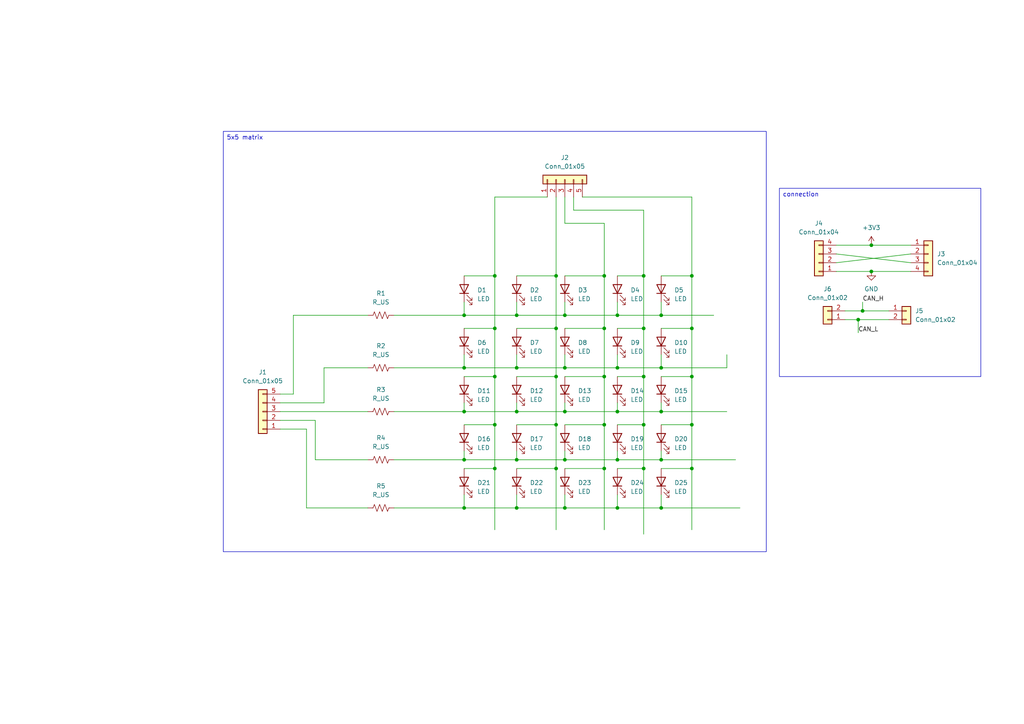
<source format=kicad_sch>
(kicad_sch (version 20231120) (generator "eeschema") (generator_version "8.0")
  (paper "A4")
  (lib_symbols
    (symbol "Connector_Generic:Conn_01x02" (pin_names (offset 1.016) hide)
      (property "Reference" "J" (at 0 2.54 0))
      (property "Value" "Conn_01x02" (at 0 -5.08 0))
      (symbol "Conn_01x02_1_1"
        (rectangle (start -1.27 -2.413) (end 0 -2.667) (stroke (width 0.1524)))
        (rectangle (start -1.27 0.127) (end 0 -0.127) (stroke (width 0.1524)))
        (rectangle (start -1.27 1.27) (end 1.27 -3.81) (stroke (width 0.254)) (fill (type background)))
        (pin passive line (at -5.08 0 0) (length 3.81) (name "Pin_1") (number "1"))
        (pin passive line (at -5.08 -2.54 0) (length 3.81) (name "Pin_2") (number "2"))
      )
    )
    (symbol "Connector_Generic:Conn_01x04" (pin_names (offset 1.016) hide)
      (property "Reference" "J" (at 0 5.08 0))
      (property "Value" "Conn_01x04" (at 0 -7.62 0))
      (symbol "Conn_01x04_1_1"
        (rectangle (start -1.27 -4.953) (end 0 -5.207) (stroke (width 0.1524)))
        (rectangle (start -1.27 -2.413) (end 0 -2.667) (stroke (width 0.1524)))
        (rectangle (start -1.27 0.127) (end 0 -0.127) (stroke (width 0.1524)))
        (rectangle (start -1.27 2.667) (end 0 2.413) (stroke (width 0.1524)))
        (rectangle (start -1.27 3.81) (end 1.27 -6.35) (stroke (width 0.254)) (fill (type background)))
        (pin passive line (at -5.08 2.54 0) (length 3.81) (name "Pin_1") (number "1"))
        (pin passive line (at -5.08 0 0) (length 3.81) (name "Pin_2") (number "2"))
        (pin passive line (at -5.08 -2.54 0) (length 3.81) (name "Pin_3") (number "3"))
        (pin passive line (at -5.08 -5.08 0) (length 3.81) (name "Pin_4") (number "4"))
      )
    )
    (symbol "Connector_Generic:Conn_01x05" (pin_names (offset 1.016) hide)
      (property "Reference" "J" (at 0 7.62 0))
      (property "Value" "Conn_01x05" (at 0 -7.62 0))
      (symbol "Conn_01x05_1_1"
        (rectangle (start -1.27 -4.953) (end 0 -5.207) (stroke (width 0.1524)))
        (rectangle (start -1.27 -2.413) (end 0 -2.667) (stroke (width 0.1524)))
        (rectangle (start -1.27 0.127) (end 0 -0.127) (stroke (width 0.1524)))
        (rectangle (start -1.27 2.667) (end 0 2.413) (stroke (width 0.1524)))
        (rectangle (start -1.27 5.207) (end 0 4.953) (stroke (width 0.1524)))
        (rectangle (start -1.27 6.35) (end 1.27 -6.35) (stroke (width 0.254)) (fill (type background)))
        (pin passive line (at -5.08 5.08 0) (length 3.81) (name "Pin_1") (number "1"))
        (pin passive line (at -5.08 2.54 0) (length 3.81) (name "Pin_2") (number "2"))
        (pin passive line (at -5.08 0 0) (length 3.81) (name "Pin_3") (number "3"))
        (pin passive line (at -5.08 -2.54 0) (length 3.81) (name "Pin_4") (number "4"))
        (pin passive line (at -5.08 -5.08 0) (length 3.81) (name "Pin_5") (number "5"))
      )
    )
    (symbol "Device:LED" (pin_numbers hide) (pin_names (offset 1.016) hide)
      (property "Reference" "D" (at 0 2.54 0))
      (property "Value" "LED" (at 0 -2.54 0))
      (symbol "LED_0_1"
        (polyline (pts (xy -1.27 -1.27) (xy -1.27 1.27)) (stroke (width 0.254)))
        (polyline (pts (xy -1.27 0) (xy 1.27 0)))
        (polyline (pts (xy 1.27 -1.27) (xy 1.27 1.27) (xy -1.27 0) (xy 1.27 -1.27)) (stroke (width 0.254)))
        (polyline (pts (xy -3.048 -0.762) (xy -4.572 -2.286) (xy -3.81 -2.286) (xy -4.572 -2.286) (xy -4.572 -1.524)))
        (polyline (pts (xy -1.778 -0.762) (xy -3.302 -2.286) (xy -2.54 -2.286) (xy -3.302 -2.286) (xy -3.302 -1.524)))
      )
      (symbol "LED_1_1"
        (pin passive line (at -3.81 0 0) (length 2.54) (name "K") (number "1"))
        (pin passive line (at 3.81 0 180) (length 2.54) (name "A") (number "2"))
      )
    )
    (symbol "Device:R_US" (pin_numbers hide) (pin_names (offset 0))
      (property "Reference" "R" (at 2.54 0 90))
      (property "Value" "R_US" (at -2.54 0 90))
      (symbol "R_US_0_1"
        (polyline (pts (xy 0 -2.286) (xy 0 -2.54)))
        (polyline (pts (xy 0 2.286) (xy 0 2.54)))
        (polyline (pts (xy 0 -0.762) (xy 1.016 -1.143) (xy 0 -1.524) (xy -1.016 -1.905) (xy 0 -2.286)))
        (polyline (pts (xy 0 0.762) (xy 1.016 0.381) (xy 0 0) (xy -1.016 -0.381) (xy 0 -0.762)))
        (polyline (pts (xy 0 2.286) (xy 1.016 1.905) (xy 0 1.524) (xy -1.016 1.143) (xy 0 0.762)))
      )
      (symbol "R_US_1_1"
        (pin passive line (at 0 3.81 270) (length 1.27) (name "~") (number "1"))
        (pin passive line (at 0 -3.81 90) (length 1.27) (name "~") (number "2"))
      )
    )
    (symbol "power:+3V3" (power) (pin_numbers hide) (pin_names (offset 0) hide)
      (property "Value" "+3V3" (at 0 3.556 0))
      (symbol "+3V3_0_1"
        (polyline (pts (xy -0.762 1.27) (xy 0 2.54)))
        (polyline (pts (xy 0 0) (xy 0 2.54)))
        (polyline (pts (xy 0 2.54) (xy 0.762 1.27)))
      )
      (symbol "+3V3_1_1"
        (pin power_in line (at 0 0 90) (length 0) (name "~") (number "1"))
      )
    )
    (symbol "power:GND" (power) (pin_numbers hide) (pin_names (offset 0) hide)
      (property "Value" "GND" (at 0 -3.81 0))
      (symbol "GND_0_1"
        (polyline (pts (xy 0 0) (xy 0 -1.27) (xy 1.27 -1.27) (xy 0 -2.54) (xy -1.27 -1.27) (xy 0 -1.27)))
      )
      (symbol "GND_1_1"
        (pin power_in line (at 0 0 270) (length 0) (name "~") (number "1"))
      )
    )
  )
  (junction (at 134.62 133.35))
  (junction (at 161.29 95.25))
  (junction (at 163.83 119.38))
  (junction (at 186.69 135.89))
  (junction (at 149.86 91.44))
  (junction (at 163.83 106.68))
  (junction (at 161.29 135.89))
  (junction (at 143.51 123.19))
  (junction (at 134.62 91.44))
  (junction (at 161.29 109.22))
  (junction (at 179.07 119.38))
  (junction (at 200.66 135.89))
  (junction (at 179.07 133.35))
  (junction (at 175.26 135.89))
  (junction (at 186.69 123.19))
  (junction (at 191.77 119.38))
  (junction (at 134.62 147.32))
  (junction (at 252.73 71.12))
  (junction (at 191.77 147.32))
  (junction (at 163.83 133.35))
  (junction (at 149.86 147.32))
  (junction (at 175.26 80.01))
  (junction (at 149.86 106.68))
  (junction (at 248.92 92.71))
  (junction (at 143.51 109.22))
  (junction (at 250.19 90.17))
  (junction (at 143.51 95.25))
  (junction (at 179.07 106.68))
  (junction (at 186.69 95.25))
  (junction (at 191.77 133.35))
  (junction (at 161.29 80.01))
  (junction (at 163.83 91.44))
  (junction (at 186.69 109.22))
  (junction (at 163.83 147.32))
  (junction (at 252.73 78.74))
  (junction (at 143.51 135.89))
  (junction (at 134.62 119.38))
  (junction (at 179.07 91.44))
  (junction (at 186.69 80.01))
  (junction (at 200.66 80.01))
  (junction (at 191.77 91.44))
  (junction (at 179.07 147.32))
  (junction (at 200.66 123.19))
  (junction (at 191.77 106.68))
  (junction (at 161.29 123.19))
  (junction (at 175.26 109.22))
  (junction (at 149.86 133.35))
  (junction (at 134.62 106.68))
  (junction (at 143.51 80.01))
  (junction (at 200.66 95.25))
  (junction (at 175.26 95.25))
  (junction (at 200.66 109.22))
  (junction (at 149.86 119.38))
  (junction (at 175.26 123.19))
  (wire (pts (xy 161.29 95.25) (xy 161.29 109.22)))
  (wire (pts (xy 85.09 114.3) (xy 85.09 91.44)))
  (wire (pts (xy 161.29 109.22) (xy 161.29 123.19)))
  (wire (pts (xy 248.92 96.52) (xy 248.92 92.71)))
  (wire (pts (xy 242.57 78.74) (xy 252.73 78.74)))
  (wire (pts (xy 264.16 73.66) (xy 242.57 76.2)))
  (wire (pts (xy 163.83 106.68) (xy 179.07 106.68)))
  (wire (pts (xy 179.07 95.25) (xy 186.69 95.25)))
  (wire (pts (xy 200.66 109.22) (xy 200.66 123.19)))
  (wire (pts (xy 81.28 119.38) (xy 106.68 119.38)))
  (wire (pts (xy 200.66 123.19) (xy 200.66 135.89)))
  (wire (pts (xy 161.29 80.01) (xy 161.29 95.25)))
  (wire (pts (xy 186.69 123.19) (xy 186.69 135.89)))
  (wire (pts (xy 134.62 87.63) (xy 134.62 91.44)))
  (wire (pts (xy 149.86 119.38) (xy 163.83 119.38)))
  (wire (pts (xy 163.83 135.89) (xy 175.26 135.89)))
  (wire (pts (xy 175.26 109.22) (xy 175.26 123.19)))
  (wire (pts (xy 242.57 71.12) (xy 252.73 71.12)))
  (wire (pts (xy 252.73 71.12) (xy 264.16 71.12)))
  (wire (pts (xy 191.77 102.87) (xy 191.77 106.68)))
  (wire (pts (xy 179.07 87.63) (xy 179.07 91.44)))
  (wire (pts (xy 179.07 135.89) (xy 186.69 135.89)))
  (wire (pts (xy 88.9 147.32) (xy 106.68 147.32)))
  (wire (pts (xy 85.09 91.44) (xy 106.68 91.44)))
  (wire (pts (xy 134.62 133.35) (xy 149.86 133.35)))
  (wire (pts (xy 149.86 123.19) (xy 161.29 123.19)))
  (wire (pts (xy 179.07 102.87) (xy 179.07 106.68)))
  (wire (pts (xy 175.26 135.89) (xy 175.26 153.67)))
  (wire (pts (xy 149.86 95.25) (xy 161.29 95.25)))
  (wire (pts (xy 168.91 57.15) (xy 200.66 57.15)))
  (wire (pts (xy 179.07 143.51) (xy 179.07 147.32)))
  (wire (pts (xy 200.66 135.89) (xy 200.66 153.67)))
  (wire (pts (xy 252.73 78.74) (xy 264.16 78.74)))
  (wire (pts (xy 163.83 95.25) (xy 175.26 95.25)))
  (wire (pts (xy 114.3 91.44) (xy 134.62 91.44)))
  (wire (pts (xy 161.29 135.89) (xy 161.29 153.67)))
  (wire (pts (xy 88.9 124.46) (xy 88.9 147.32)))
  (wire (pts (xy 163.83 109.22) (xy 175.26 109.22)))
  (wire (pts (xy 134.62 147.32) (xy 149.86 147.32)))
  (wire (pts (xy 245.11 92.71) (xy 248.92 92.71)))
  (wire (pts (xy 163.83 143.51) (xy 163.83 147.32)))
  (wire (pts (xy 114.3 106.68) (xy 134.62 106.68)))
  (wire (pts (xy 81.28 114.3) (xy 85.09 114.3)))
  (wire (pts (xy 179.07 123.19) (xy 186.69 123.19)))
  (wire (pts (xy 191.77 109.22) (xy 200.66 109.22)))
  (wire (pts (xy 191.77 147.32) (xy 214.63 147.32)))
  (wire (pts (xy 134.62 109.22) (xy 143.51 109.22)))
  (wire (pts (xy 161.29 123.19) (xy 161.29 135.89)))
  (wire (pts (xy 191.77 133.35) (xy 213.36 133.35)))
  (wire (pts (xy 91.44 121.92) (xy 91.44 133.35)))
  (wire (pts (xy 134.62 130.81) (xy 134.62 133.35)))
  (wire (pts (xy 93.98 106.68) (xy 106.68 106.68)))
  (wire (pts (xy 175.26 64.77) (xy 175.26 80.01)))
  (wire (pts (xy 186.69 95.25) (xy 186.69 109.22)))
  (wire (pts (xy 149.86 130.81) (xy 149.86 133.35)))
  (wire (pts (xy 134.62 95.25) (xy 143.51 95.25)))
  (wire (pts (xy 163.83 87.63) (xy 163.83 91.44)))
  (wire (pts (xy 179.07 109.22) (xy 186.69 109.22)))
  (wire (pts (xy 91.44 133.35) (xy 106.68 133.35)))
  (wire (pts (xy 186.69 109.22) (xy 186.69 123.19)))
  (wire (pts (xy 163.83 130.81) (xy 163.83 133.35)))
  (wire (pts (xy 175.26 80.01) (xy 175.26 95.25)))
  (wire (pts (xy 149.86 133.35) (xy 163.83 133.35)))
  (wire (pts (xy 175.26 95.25) (xy 175.26 109.22)))
  (wire (pts (xy 191.77 116.84) (xy 191.77 119.38)))
  (wire (pts (xy 149.86 87.63) (xy 149.86 91.44)))
  (wire (pts (xy 149.86 116.84) (xy 149.86 119.38)))
  (wire (pts (xy 134.62 135.89) (xy 143.51 135.89)))
  (wire (pts (xy 210.82 102.87) (xy 210.82 106.68)))
  (wire (pts (xy 163.83 102.87) (xy 163.83 106.68)))
  (wire (pts (xy 163.83 133.35) (xy 179.07 133.35)))
  (wire (pts (xy 143.51 57.15) (xy 143.51 80.01)))
  (wire (pts (xy 161.29 57.15) (xy 161.29 80.01)))
  (wire (pts (xy 191.77 130.81) (xy 191.77 133.35)))
  (wire (pts (xy 93.98 116.84) (xy 93.98 106.68)))
  (wire (pts (xy 134.62 119.38) (xy 149.86 119.38)))
  (wire (pts (xy 149.86 91.44) (xy 163.83 91.44)))
  (wire (pts (xy 114.3 119.38) (xy 134.62 119.38)))
  (wire (pts (xy 248.92 92.71) (xy 257.81 92.71)))
  (wire (pts (xy 163.83 57.15) (xy 163.83 64.77)))
  (wire (pts (xy 143.51 135.89) (xy 143.51 153.67)))
  (wire (pts (xy 179.07 119.38) (xy 191.77 119.38)))
  (wire (pts (xy 191.77 106.68) (xy 210.82 106.68)))
  (wire (pts (xy 149.86 102.87) (xy 149.86 106.68)))
  (wire (pts (xy 163.83 64.77) (xy 175.26 64.77)))
  (wire (pts (xy 191.77 119.38) (xy 210.82 119.38)))
  (wire (pts (xy 114.3 133.35) (xy 134.62 133.35)))
  (wire (pts (xy 158.75 57.15) (xy 143.51 57.15)))
  (wire (pts (xy 200.66 95.25) (xy 200.66 109.22)))
  (wire (pts (xy 163.83 116.84) (xy 163.83 119.38)))
  (wire (pts (xy 143.51 95.25) (xy 143.51 109.22)))
  (wire (pts (xy 186.69 135.89) (xy 186.69 154.94)))
  (wire (pts (xy 134.62 106.68) (xy 149.86 106.68)))
  (wire (pts (xy 134.62 102.87) (xy 134.62 106.68)))
  (wire (pts (xy 200.66 57.15) (xy 200.66 80.01)))
  (wire (pts (xy 191.77 91.44) (xy 207.01 91.44)))
  (wire (pts (xy 191.77 143.51) (xy 191.77 147.32)))
  (wire (pts (xy 179.07 147.32) (xy 191.77 147.32)))
  (wire (pts (xy 186.69 60.96) (xy 186.69 80.01)))
  (wire (pts (xy 81.28 121.92) (xy 91.44 121.92)))
  (wire (pts (xy 179.07 133.35) (xy 191.77 133.35)))
  (wire (pts (xy 179.07 106.68) (xy 191.77 106.68)))
  (wire (pts (xy 81.28 124.46) (xy 88.9 124.46)))
  (wire (pts (xy 179.07 91.44) (xy 191.77 91.44)))
  (wire (pts (xy 200.66 80.01) (xy 200.66 95.25)))
  (wire (pts (xy 134.62 80.01) (xy 143.51 80.01)))
  (wire (pts (xy 149.86 143.51) (xy 149.86 147.32)))
  (wire (pts (xy 149.86 106.68) (xy 163.83 106.68)))
  (wire (pts (xy 250.19 87.63) (xy 250.19 90.17)))
  (wire (pts (xy 163.83 123.19) (xy 175.26 123.19)))
  (wire (pts (xy 191.77 87.63) (xy 191.77 91.44)))
  (wire (pts (xy 179.07 80.01) (xy 186.69 80.01)))
  (wire (pts (xy 149.86 109.22) (xy 161.29 109.22)))
  (wire (pts (xy 134.62 116.84) (xy 134.62 119.38)))
  (wire (pts (xy 163.83 91.44) (xy 179.07 91.44)))
  (wire (pts (xy 114.3 147.32) (xy 134.62 147.32)))
  (wire (pts (xy 166.37 60.96) (xy 186.69 60.96)))
  (wire (pts (xy 134.62 91.44) (xy 149.86 91.44)))
  (wire (pts (xy 191.77 95.25) (xy 200.66 95.25)))
  (wire (pts (xy 191.77 80.01) (xy 200.66 80.01)))
  (wire (pts (xy 149.86 135.89) (xy 161.29 135.89)))
  (wire (pts (xy 166.37 57.15) (xy 166.37 60.96)))
  (wire (pts (xy 250.19 90.17) (xy 257.81 90.17)))
  (wire (pts (xy 245.11 90.17) (xy 250.19 90.17)))
  (wire (pts (xy 81.28 116.84) (xy 93.98 116.84)))
  (wire (pts (xy 143.51 123.19) (xy 143.51 135.89)))
  (wire (pts (xy 179.07 116.84) (xy 179.07 119.38)))
  (wire (pts (xy 191.77 135.89) (xy 200.66 135.89)))
  (wire (pts (xy 191.77 123.19) (xy 200.66 123.19)))
  (wire (pts (xy 175.26 123.19) (xy 175.26 135.89)))
  (wire (pts (xy 163.83 119.38) (xy 179.07 119.38)))
  (wire (pts (xy 143.51 80.01) (xy 143.51 95.25)))
  (wire (pts (xy 163.83 147.32) (xy 179.07 147.32)))
  (wire (pts (xy 186.69 80.01) (xy 186.69 95.25)))
  (wire (pts (xy 143.51 109.22) (xy 143.51 123.19)))
  (wire (pts (xy 242.57 73.66) (xy 264.16 76.2)))
  (wire (pts (xy 163.83 80.01) (xy 175.26 80.01)))
  (wire (pts (xy 134.62 143.51) (xy 134.62 147.32)))
  (wire (pts (xy 149.86 147.32) (xy 163.83 147.32)))
  (wire (pts (xy 149.86 80.01) (xy 161.29 80.01)))
  (wire (pts (xy 134.62 123.19) (xy 143.51 123.19)))
  (wire (pts (xy 179.07 130.81) (xy 179.07 133.35)))
  (text_box "5x5 matrix" (at 64.77 38.1 0) (size 157.48 121.92) (effects (font (size 1.27 1.27)) (justify left top)))
  (text_box "connection" (at 226.06 54.61 0) (size 58.42 54.61) (effects (font (size 1.27 1.27)) (justify left top)))
  (label "CAN_L" (at 248.92 96.52 0))
  (label "CAN_H" (at 250.19 87.63 0))
  (symbol (lib_id "Device:LED") (at 149.86 139.7 90) (unit 1)
    (property "Reference" "D22" (at 153.67 140.0174 90) (effects (justify right)))
    (property "Value" "LED" (at 153.67 142.5574 90) (effects (justify right)))
    (property "Footprint" "LED_THT:LED_D3.0mm" (effects (hide yes)))
    (property "Description" "Light emitting diode" (effects (hide yes)))
  )
  (symbol (lib_id "Device:LED") (at 179.07 139.7 90) (unit 1)
    (property "Reference" "D24" (at 182.88 140.0174 90) (effects (justify right)))
    (property "Value" "LED" (at 182.88 142.5574 90) (effects (justify right)))
    (property "Footprint" "LED_THT:LED_D3.0mm" (effects (hide yes)))
    (property "Description" "Light emitting diode" (effects (hide yes)))
  )
  (symbol (lib_id "Device:LED") (at 163.83 139.7 90) (unit 1)
    (property "Reference" "D23" (at 167.64 140.0174 90) (effects (justify right)))
    (property "Value" "LED" (at 167.64 142.5574 90) (effects (justify right)))
    (property "Footprint" "LED_THT:LED_D3.0mm" (effects (hide yes)))
    (property "Description" "Light emitting diode" (effects (hide yes)))
  )
  (symbol (lib_id "Device:LED") (at 179.07 99.06 90) (unit 1)
    (property "Reference" "D9" (at 182.88 99.3774 90) (effects (justify right)))
    (property "Value" "LED" (at 182.88 101.9174 90) (effects (justify right)))
    (property "Footprint" "LED_THT:LED_D3.0mm" (effects (hide yes)))
    (property "Description" "Light emitting diode" (effects (hide yes)))
  )
  (symbol (lib_id "Device:LED") (at 191.77 139.7 90) (unit 1)
    (property "Reference" "D25" (at 195.58 140.0174 90) (effects (justify right)))
    (property "Value" "LED" (at 195.58 142.5574 90) (effects (justify right)))
    (property "Footprint" "LED_THT:LED_D3.0mm" (effects (hide yes)))
    (property "Description" "Light emitting diode" (effects (hide yes)))
  )
  (symbol (lib_id "Connector_Generic:Conn_01x05") (at 76.2 119.38 180) (unit 1)
    (property "Reference" "J1" (at 76.2 107.95 0))
    (property "Value" "Conn_01x05" (at 76.2 110.49 0))
    (property "Footprint" "Connector_PinHeader_2.54mm:PinHeader_1x05_P2.54mm_Vertical" (effects (hide yes)))
    (property "Description" "Generic connector, single row, 01x05, script generated (kicad-library-utils/schlib/autogen/connector/)" (effects (hide yes)))
  )
  (symbol (lib_id "Device:R_US") (at 110.49 147.32 270) (unit 1)
    (property "Reference" "R5" (at 110.49 140.97 90))
    (property "Value" "R_US" (at 110.49 143.51 90))
    (property "Footprint" "Resistor_THT:R_Axial_DIN0207_L6.3mm_D2.5mm_P7.62mm_Horizontal" (effects (hide yes)))
    (property "Description" "Resistor, US symbol" (effects (hide yes)))
  )
  (symbol (lib_id "Device:LED") (at 149.86 99.06 90) (unit 1)
    (property "Reference" "D7" (at 153.67 99.3774 90) (effects (justify right)))
    (property "Value" "LED" (at 153.67 101.9174 90) (effects (justify right)))
    (property "Footprint" "LED_THT:LED_D3.0mm" (effects (hide yes)))
    (property "Description" "Light emitting diode" (effects (hide yes)))
  )
  (symbol (lib_id "Device:LED") (at 191.77 99.06 90) (unit 1)
    (property "Reference" "D10" (at 195.58 99.3774 90) (effects (justify right)))
    (property "Value" "LED" (at 195.58 101.9174 90) (effects (justify right)))
    (property "Footprint" "LED_THT:LED_D3.0mm" (effects (hide yes)))
    (property "Description" "Light emitting diode" (effects (hide yes)))
  )
  (symbol (lib_id "Device:LED") (at 163.83 127 90) (unit 1)
    (property "Reference" "D18" (at 167.64 127.3174 90) (effects (justify right)))
    (property "Value" "LED" (at 167.64 129.8574 90) (effects (justify right)))
    (property "Footprint" "LED_THT:LED_D3.0mm" (effects (hide yes)))
    (property "Description" "Light emitting diode" (effects (hide yes)))
  )
  (symbol (lib_id "Device:LED") (at 149.86 83.82 90) (unit 1)
    (property "Reference" "D2" (at 153.67 84.1374 90) (effects (justify right)))
    (property "Value" "LED" (at 153.67 86.6774 90) (effects (justify right)))
    (property "Footprint" "LED_THT:LED_D3.0mm" (effects (hide yes)))
    (property "Description" "Light emitting diode" (effects (hide yes)))
  )
  (symbol (lib_id "Device:LED") (at 134.62 127 90) (unit 1)
    (property "Reference" "D16" (at 138.43 127.3174 90) (effects (justify right)))
    (property "Value" "LED" (at 138.43 129.8574 90) (effects (justify right)))
    (property "Footprint" "LED_THT:LED_D3.0mm" (effects (hide yes)))
    (property "Description" "Light emitting diode" (effects (hide yes)))
  )
  (symbol (lib_id "Device:LED") (at 163.83 113.03 90) (unit 1)
    (property "Reference" "D13" (at 167.64 113.3474 90) (effects (justify right)))
    (property "Value" "LED" (at 167.64 115.8874 90) (effects (justify right)))
    (property "Footprint" "LED_THT:LED_D3.0mm" (effects (hide yes)))
    (property "Description" "Light emitting diode" (effects (hide yes)))
  )
  (symbol (lib_id "power:+3V3") (at 252.73 71.12 0) (unit 1)
    (property "Reference" "#PWR01" (effects (hide yes)))
    (property "Value" "+3V3" (at 252.73 66.04 0))
    (property "Description" "Power symbol creates a global label with name \"+3V3\"" (effects (hide yes)))
  )
  (symbol (lib_id "Device:LED") (at 179.07 113.03 90) (unit 1)
    (property "Reference" "D14" (at 182.88 113.3474 90) (effects (justify right)))
    (property "Value" "LED" (at 182.88 115.8874 90) (effects (justify right)))
    (property "Footprint" "LED_THT:LED_D3.0mm" (effects (hide yes)))
    (property "Description" "Light emitting diode" (effects (hide yes)))
  )
  (symbol (lib_id "Device:R_US") (at 110.49 106.68 90) (unit 1)
    (property "Reference" "R2" (at 110.49 100.33 90))
    (property "Value" "R_US" (at 110.49 102.87 90))
    (property "Footprint" "Resistor_THT:R_Axial_DIN0207_L6.3mm_D2.5mm_P7.62mm_Horizontal" (effects (hide yes)))
    (property "Description" "Resistor, US symbol" (effects (hide yes)))
  )
  (symbol (lib_id "Connector_Generic:Conn_01x04") (at 237.49 76.2 180) (unit 1)
    (property "Reference" "J4" (at 237.49 64.77 0))
    (property "Value" "Conn_01x04" (at 237.49 67.31 0))
    (property "Footprint" "Connector_JST:JST_NV_B04P-NV_1x04_P5.00mm_Vertical" (effects (hide yes)))
    (property "Description" "Generic connector, single row, 01x04, script generated (kicad-library-utils/schlib/autogen/connector/)" (effects (hide yes)))
  )
  (symbol (lib_id "Connector_Generic:Conn_01x04") (at 269.24 73.66 0) (unit 1)
    (property "Reference" "J3" (at 271.78 73.6599 0) (effects (justify left)))
    (property "Value" "Conn_01x04" (at 271.78 76.1999 0) (effects (justify left)))
    (property "Footprint" "Connector_JST:JST_NV_B04P-NV_1x04_P5.00mm_Vertical" (effects (hide yes)))
    (property "Description" "Generic connector, single row, 01x04, script generated (kicad-library-utils/schlib/autogen/connector/)" (effects (hide yes)))
  )
  (symbol (lib_id "Device:LED") (at 134.62 83.82 90) (unit 1)
    (property "Reference" "D1" (at 138.43 84.1374 90) (effects (justify right)))
    (property "Value" "LED" (at 138.43 86.6774 90) (effects (justify right)))
    (property "Footprint" "LED_THT:LED_D3.0mm" (effects (hide yes)))
    (property "Description" "Light emitting diode" (effects (hide yes)))
  )
  (symbol (lib_id "Device:LED") (at 134.62 99.06 90) (unit 1)
    (property "Reference" "D6" (at 138.43 99.3774 90) (effects (justify right)))
    (property "Value" "LED" (at 138.43 101.9174 90) (effects (justify right)))
    (property "Footprint" "LED_THT:LED_D3.0mm" (effects (hide yes)))
    (property "Description" "Light emitting diode" (effects (hide yes)))
  )
  (symbol (lib_id "Device:LED") (at 179.07 83.82 90) (unit 1)
    (property "Reference" "D4" (at 182.88 84.1374 90) (effects (justify right)))
    (property "Value" "LED" (at 182.88 86.6774 90) (effects (justify right)))
    (property "Footprint" "LED_THT:LED_D3.0mm" (effects (hide yes)))
    (property "Description" "Light emitting diode" (effects (hide yes)))
  )
  (symbol (lib_id "Device:LED") (at 191.77 113.03 90) (unit 1)
    (property "Reference" "D15" (at 195.58 113.3474 90) (effects (justify right)))
    (property "Value" "LED" (at 195.58 115.8874 90) (effects (justify right)))
    (property "Footprint" "LED_THT:LED_D3.0mm" (effects (hide yes)))
    (property "Description" "Light emitting diode" (effects (hide yes)))
  )
  (symbol (lib_id "Connector_Generic:Conn_01x02") (at 240.03 92.71 180) (unit 1)
    (property "Reference" "J6" (at 240.03 83.82 0))
    (property "Value" "Conn_01x02" (at 240.03 86.36 0))
    (property "Footprint" "Connector_JST:JST_NV_B02P-NV_1x02_P5.00mm_Vertical" (effects (hide yes)))
    (property "Description" "Generic connector, single row, 01x02, script generated (kicad-library-utils/schlib/autogen/connector/)" (effects (hide yes)))
  )
  (symbol (lib_id "Device:LED") (at 134.62 139.7 90) (unit 1)
    (property "Reference" "D21" (at 138.43 140.0174 90) (effects (justify right)))
    (property "Value" "LED" (at 138.43 142.5574 90) (effects (justify right)))
    (property "Footprint" "LED_THT:LED_D3.0mm" (effects (hide yes)))
    (property "Description" "Light emitting diode" (effects (hide yes)))
  )
  (symbol (lib_id "Device:LED") (at 163.83 99.06 90) (unit 1)
    (property "Reference" "D8" (at 167.64 99.3774 90) (effects (justify right)))
    (property "Value" "LED" (at 167.64 101.9174 90) (effects (justify right)))
    (property "Footprint" "LED_THT:LED_D3.0mm" (effects (hide yes)))
    (property "Description" "Light emitting diode" (effects (hide yes)))
  )
  (symbol (lib_id "Device:LED") (at 191.77 127 90) (unit 1)
    (property "Reference" "D20" (at 195.58 127.3174 90) (effects (justify right)))
    (property "Value" "LED" (at 195.58 129.8574 90) (effects (justify right)))
    (property "Footprint" "LED_THT:LED_D3.0mm" (effects (hide yes)))
    (property "Description" "Light emitting diode" (effects (hide yes)))
  )
  (symbol (lib_id "Device:LED") (at 149.86 113.03 90) (unit 1)
    (property "Reference" "D12" (at 153.67 113.3474 90) (effects (justify right)))
    (property "Value" "LED" (at 153.67 115.8874 90) (effects (justify right)))
    (property "Footprint" "LED_THT:LED_D3.0mm" (effects (hide yes)))
    (property "Description" "Light emitting diode" (effects (hide yes)))
  )
  (symbol (lib_id "Device:R_US") (at 110.49 119.38 270) (unit 1)
    (property "Reference" "R3" (at 110.49 113.03 90))
    (property "Value" "R_US" (at 110.49 115.57 90))
    (property "Footprint" "Resistor_THT:R_Axial_DIN0207_L6.3mm_D2.5mm_P7.62mm_Horizontal" (effects (hide yes)))
    (property "Description" "Resistor, US symbol" (effects (hide yes)))
  )
  (symbol (lib_id "Device:LED") (at 163.83 83.82 90) (unit 1)
    (property "Reference" "D3" (at 167.64 84.1374 90) (effects (justify right)))
    (property "Value" "LED" (at 167.64 86.6774 90) (effects (justify right)))
    (property "Footprint" "LED_THT:LED_D3.0mm" (effects (hide yes)))
    (property "Description" "Light emitting diode" (effects (hide yes)))
  )
  (symbol (lib_id "Connector_Generic:Conn_01x02") (at 262.89 90.17 0) (unit 1)
    (property "Reference" "J5" (at 265.43 90.1699 0) (effects (justify left)))
    (property "Value" "Conn_01x02" (at 265.43 92.7099 0) (effects (justify left)))
    (property "Footprint" "Connector_JST:JST_NV_B02P-NV_1x02_P5.00mm_Vertical" (effects (hide yes)))
    (property "Description" "Generic connector, single row, 01x02, script generated (kicad-library-utils/schlib/autogen/connector/)" (effects (hide yes)))
  )
  (symbol (lib_id "Device:R_US") (at 110.49 91.44 270) (unit 1)
    (property "Reference" "R1" (at 110.49 85.09 90))
    (property "Value" "R_US" (at 110.49 87.63 90))
    (property "Footprint" "Resistor_THT:R_Axial_DIN0207_L6.3mm_D2.5mm_P7.62mm_Horizontal" (effects (hide yes)))
    (property "Description" "Resistor, US symbol" (effects (hide yes)))
  )
  (symbol (lib_id "Device:LED") (at 179.07 127 90) (unit 1)
    (property "Reference" "D19" (at 182.88 127.3174 90) (effects (justify right)))
    (property "Value" "LED" (at 182.88 129.8574 90) (effects (justify right)))
    (property "Footprint" "LED_THT:LED_D3.0mm" (effects (hide yes)))
    (property "Description" "Light emitting diode" (effects (hide yes)))
  )
  (symbol (lib_id "Device:LED") (at 191.77 83.82 90) (unit 1)
    (property "Reference" "D5" (at 195.58 84.1374 90) (effects (justify right)))
    (property "Value" "LED" (at 195.58 86.6774 90) (effects (justify right)))
    (property "Footprint" "LED_THT:LED_D3.0mm" (effects (hide yes)))
    (property "Description" "Light emitting diode" (effects (hide yes)))
  )
  (symbol (lib_id "Connector_Generic:Conn_01x05") (at 163.83 52.07 90) (unit 1)
    (property "Reference" "J2" (at 163.83 45.72 90))
    (property "Value" "Conn_01x05" (at 163.83 48.26 90))
    (property "Footprint" "Connector_PinHeader_2.54mm:PinHeader_1x05_P2.54mm_Vertical" (effects (hide yes)))
    (property "Description" "Generic connector, single row, 01x05, script generated (kicad-library-utils/schlib/autogen/connector/)" (effects (hide yes)))
  )
  (symbol (lib_id "Device:LED") (at 149.86 127 90) (unit 1)
    (property "Reference" "D17" (at 153.67 127.3174 90) (effects (justify right)))
    (property "Value" "LED" (at 153.67 129.8574 90) (effects (justify right)))
    (property "Footprint" "LED_THT:LED_D3.0mm" (effects (hide yes)))
    (property "Description" "Light emitting diode" (effects (hide yes)))
  )
  (symbol (lib_id "power:GND") (at 252.73 78.74 0) (unit 1)
    (property "Reference" "#PWR02" (effects (hide yes)))
    (property "Value" "GND" (at 252.73 83.82 0))
    (property "Description" "Power symbol creates a global label with name \"GND\" , ground" (effects (hide yes)))
  )
  (symbol (lib_id "Device:R_US") (at 110.49 133.35 270) (unit 1)
    (property "Reference" "R4" (at 110.49 127 90))
    (property "Value" "R_US" (at 110.49 129.54 90))
    (property "Footprint" "Resistor_THT:R_Axial_DIN0207_L6.3mm_D2.5mm_P7.62mm_Horizontal" (effects (hide yes)))
    (property "Description" "Resistor, US symbol" (effects (hide yes)))
  )
  (symbol (lib_id "Device:LED") (at 134.62 113.03 90) (unit 1)
    (property "Reference" "D11" (at 138.43 113.3474 90) (effects (justify right)))
    (property "Value" "LED" (at 138.43 115.8874 90) (effects (justify right)))
    (property "Footprint" "LED_THT:LED_D3.0mm" (effects (hide yes)))
    (property "Description" "Light emitting diode" (effects (hide yes)))
  )
)
</source>
